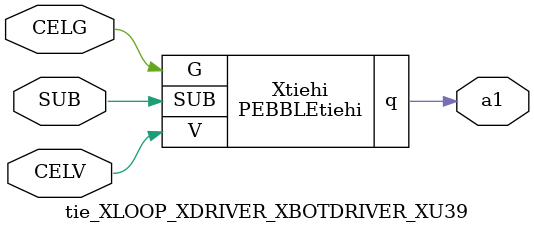
<source format=v>



module PEBBLEtiehi ( q, G, SUB, V );

  input V;
  output q;
  input G;
  input SUB;
endmodule

//Celera Confidential Do Not Copy tie_XLOOP_XDRIVER_XBOTDRIVER_XU39
//Celera Confidential Symbol Generator
//TIE
module tie_XLOOP_XDRIVER_XBOTDRIVER_XU39 (CELV,CELG,a1,SUB);
input CELV;
input CELG;
output a1;
input SUB;

//Celera Confidential Do Not Copy tie
PEBBLEtiehi Xtiehi(
.V (CELV),
.q (a1),
.SUB (SUB),
.G (CELG)
);
//,diesize,PEBBLEtiehi

//Celera Confidential Do Not Copy Module End
//Celera Schematic Generator
endmodule

</source>
